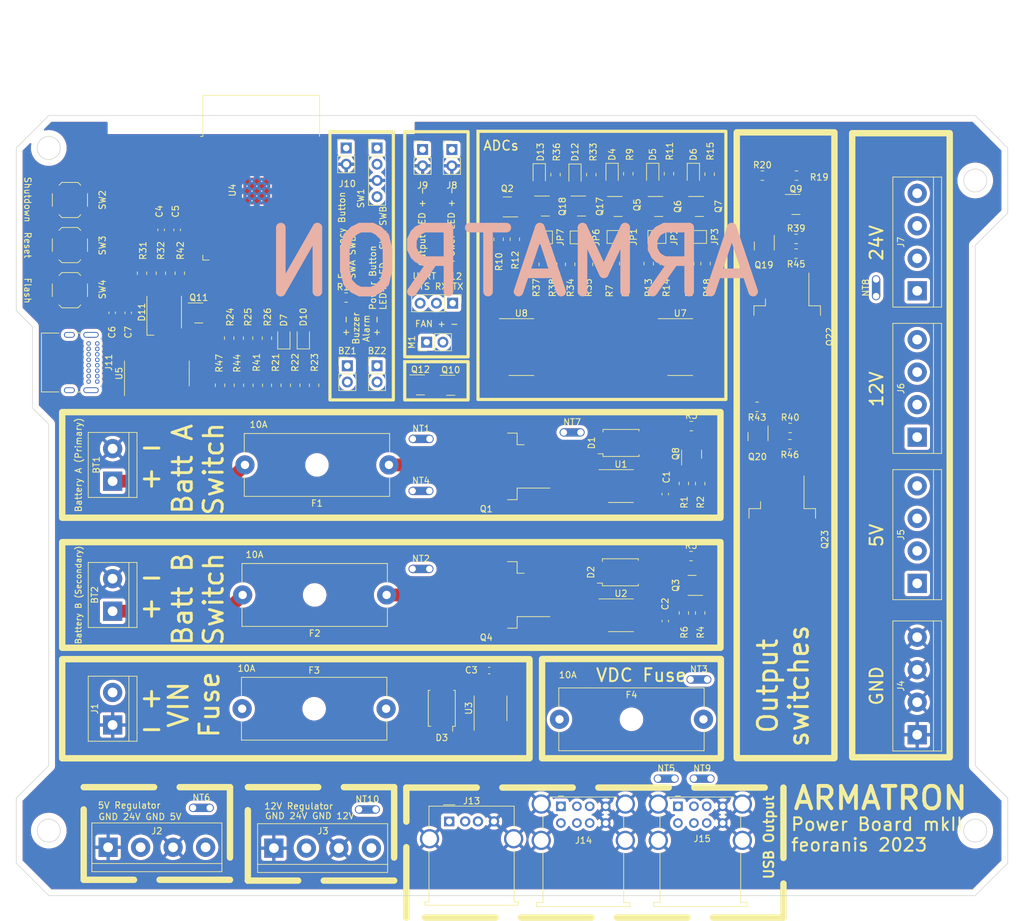
<source format=kicad_pcb>
(kicad_pcb (version 20221018) (generator pcbnew)
  (layers (0 "F.Cu" signal) (31 "B.Cu" signal) (34 "B.Paste" user) (35 "F.Paste" user) (36 "B.SilkS" user "B.Silkscreen") (37 "F.SilkS" user "F.Silkscreen") (38 "B.Mask" user) (39 "F.Mask" user) (44 "Edge.Cuts" user))
  (net 0 "")
  (net 1 "Net-(BT1-+)")
  (net 2 "GND")
  (net 3 "Net-(BT2-+)")
  (net 4 "Net-(U1-FILTER)")
  (net 5 "Net-(U2-FILTER)")
  (net 6 "Net-(U3-FILTER)")
  (net 7 "BATT_A_LATCH")
  (net 8 "BATT_A_SW")
  (net 9 "BATT_B_LATCH")
  (net 10 "BATT_B_SW")
  (net 11 "VIN")
  (net 12 "Net-(D3-A)")
  (net 13 "BATT_A_IN")
  (net 14 "Net-(J1-Pin_2)")
  (net 15 "Net-(Q1-G)")
  (net 16 "Net-(Q2-B)")
  (net 17 "Net-(Q3-C)")
  (net 18 "Net-(Q3-B)")
  (net 19 "PIN_VBAT_A_ENBL")
  (net 20 "PIN_VBAT_B_ENBL")
  (net 21 "+VDC")
  (net 22 "ADC_SW_BASE")
  (net 23 "+5V")
  (net 24 "Net-(D4-A)")
  (net 25 "Net-(D5-A)")
  (net 26 "BATT_B_IN")
  (net 27 "Net-(D6-A)")
  (net 28 "Net-(JP1-B)")
  (net 29 "Net-(JP2-B)")
  (net 30 "Net-(JP3-B)")
  (net 31 "Net-(Q2-C)")
  (net 32 "Net-(Q8-B)")
  (net 33 "PIN_ADC_BATT_A")
  (net 34 "PIN_ADC_ENA")
  (net 35 "PIN_ADC_BATT_B")
  (net 36 "PIN_ADC_VIN")
  (net 37 "PIN_BATT_A_SENSE")
  (net 38 "PIN_BATT_B_SENSE")
  (net 39 "PIN_VIN_SENSE")
  (net 44 "Net-(BZ1-+)")
  (net 45 "Net-(BZ2-+)")
  (net 47 "nRTS")
  (net 56 "Net-(M1--)")
  (net 57 "PIN_VBATT_A_ENBL")
  (net 58 "PIN_VBATT_B_ENBL")
  (net 63 "+3.3V")
  (net 64 "Net-(D12-A)")
  (net 65 "Net-(D13-A)")
  (net 66 "24V_out")
  (net 67 "5V_out")
  (net 68 "+12V")
  (net 69 "Net-(JP6-B)")
  (net 70 "Net-(JP7-B)")
  (net 71 "Net-(Q19-B)")
  (net 72 "Net-(Q19-C)")
  (net 73 "Net-(Q20-B)")
  (net 74 "Net-(Q20-C)")
  (net 75 "VDC")
  (net 76 "5V_adc")
  (net 77 "12V_adc")
  (net 78 "24V_Enable")
  (net 79 "5V_Enable")
  (net 80 "12V_Enable")
  (net 81 "PIN_RESET")
  (net 82 "nRTS_header")
  (net 83 "PIN_RGB_G")
  (net 84 "SDA")
  (net 85 "SCL")
  (net 86 "PIN_FLASH")
  (net 87 "PIN_RGB_R")
  (net 89 "Net-(F4-Pad1)")
  (net 90 "PIN_RGB_B")
  (net 91 "Net-(D11-BK)")
  (net 92 "Net-(D11-RK)")
  (net 93 "Net-(D11-GK)")
  (net 94 "PIN_EmergencyButton")
  (net 95 "Net-(J11-GND-PadA1)")
  (net 96 "VBUS")
  (net 97 "Net-(J11-CC1)")
  (net 98 "D+")
  (net 99 "D-")
  (net 101 "Net-(J11-CC2)")
  (net 104 "RXD")
  (net 105 "RX")
  (net 106 "Net-(Q9-B)")
  (net 107 "Net-(Q9-C)")
  (net 108 "PIN_ALARM")
  (net 109 "PIN_BUZZER")
  (net 110 "PIN_Sdwn_Btn")
  (net 111 "Net-(U5-~{RST})")
  (net 117 "nCTS")
  (net 128 "PIN_Fan")
  (net 129 "Net-(Q10-B)")
  (net 130 "Net-(Q11-B)")
  (net 131 "Net-(Q12-B)")
  (net 132 "5V_POWER")
  (net 133 "Net-(JP1-A)")
  (net 134 "Net-(JP2-A)")
  (net 135 "Net-(JP3-A)")
  (net 136 "12V_POWER")
  (net 137 "Net-(J8-Pin_1)")
  (net 138 "Net-(J9-Pin_1)")
  (net 139 "Net-(NT4-Pad2)")
  (net 140 "Net-(NT7-Pad1)")
  (net 141 "Net-(SW1-A)")
  (footprint "Package_TO_SOT_SMD:SOT-23" (layer "F.Cu") (at 134.2875 75.118)
    (fp_text reference "Q12")
    (fp_text value "BC817")
  )
  (footprint "RF_Module:ESP32-WROOM-32" (layer "F.Cu") (at 109.393 45.742)
    (fp_text reference "U4")
    (fp_text value "ESP32-WROOM-32")
  )
  (footprint "NetTie:NetTie-2_THT_Pad1.0mm" (layer "F.Cu") (at 133.066 103.886)
    (fp_text reference "NT2")
    (fp_text value "NetTie_2")
  )
  (footprint "Capacitor_SMD:C_0603_1608Metric_Pad1.08x0.95mm_HandSolder" (layer "F.Cu") (at 88.616 63.8545 90)
    (fp_text reference "C7")
    (fp_text value "100n")
  )
  (footprint "Package_TO_SOT_SMD:SOT-23" (layer "F.Cu") (at 159.453 47.178)
    (fp_text reference "Q17")
    (fp_text value "BC807")
  )
  (footprint "Resistor_SMD:R_0805_2012Metric_Pad1.20x1.40mm_HandSolder" (layer "F.Cu") (at 163.5955 56.1715 -90)
    (fp_text reference "R7")
    (fp_text value "100K")
  )
  (footprint "TerminalBlock:TerminalBlock_bornier-4_P5.08mm" (layer "F.Cu") (at 211.9104 60.428 90)
    (fp_text reference "J7")
    (fp_text value "Screw_Terminal_01x04")
  )
  (footprint "Button_Switch_SMD:SW_SPST_TL3342" (layer "F.Cu") (at 79.502 53.278)
    (fp_text reference "SW3")
    (fp_text value "SW_Push")
  )
  (footprint "Package_TO_SOT_SMD:SOT-23" (layer "F.Cu") (at 153.7865 47.178)
    (fp_text reference "Q18")
    (fp_text value "BC807")
  )
  (footprint "NetTie:NetTie-2_THT_Pad1.0mm" (layer "F.Cu") (at 156.688 82.55)
    (fp_text reference "NT7")
    (fp_text value "NetTie_2")
  )
  (footprint "Resistor_SMD:R_0805_2012Metric_Pad1.20x1.40mm_HandSolder" (layer "F.Cu") (at 160.469 56.2845 90)
    (fp_text reference "R35")
    (fp_text value "10K")
  )
  (footprint "Connector_PinHeader_2.54mm:PinHeader_1x02_P2.54mm_Vertical" (layer "F.Cu") (at 139.192 38.354)
    (fp_text reference "J8")
    (fp_text value "Conn_01x02")
  )
  (footprint "TerminalBlock:TerminalBlock_bornier-2_P5.08mm" (layer "F.Cu") (at 86.18 110.49 90)
    (fp_text reference "BT2")
    (fp_text value "Battery B (Secondary)")
  )
  (footprint "Resistor_SMD:R_0805_2012Metric_Pad1.20x1.40mm_HandSolder" (layer "F.Cu") (at 166.7705 42.1215 90)
    (fp_text reference "R9")
    (fp_text value "100K")
  )
  (footprint "Resistor_SMD:R_0805_2012Metric_Pad1.20x1.40mm_HandSolder" (layer "F.Cu") (at 187.722 42.418)
    (fp_text reference "R20")
    (fp_text value "10K")
  )
  (footprint "TerminalBlock:TerminalBlock_bornier-2_P5.08mm" (layer "F.Cu") (at 86.18 90.17 90)
    (fp_text reference "BT1")
    (fp_text value "Battery A (Primary)")
  )
  (footprint "Connector_PinHeader_2.54mm:PinHeader_1x02_P2.54mm_Vertical" (layer "F.Cu") (at 135.255 68.453 90)
    (fp_text reference "M1")
    (fp_text value "Fan")
  )
  (footprint "NetTie:NetTie-2_THT_Pad1.0mm" (layer "F.Cu") (at 176.5 121.158)
    (fp_text reference "NT3")
    (fp_text value "NetTie_2")
  )
  (footprint "Capacitor_SMD:C_0603_1608Metric" (layer "F.Cu") (at 172.54 112.027 -90)
    (fp_text reference "C2")
    (fp_text value "1n")
  )
  (footprint "NetTie:NetTie-2_THT_Pad1.0mm" (layer "F.Cu") (at 177.008 136.652)
    (fp_text reference "NT9")
    (fp_text value "NetTie_2")
  )
  (footprint "Package_TO_SOT_SMD:SOT-23" (layer "F.Cu") (at 147.8475 47.31 180)
    (fp_text reference "Q2")
    (fp_text value "BC817" hide)
  )
  (footprint "TerminalBlock:TerminalBlock_bornier-4_P5.08mm" (layer "F.Cu") (at 211.9104 106.148 90)
    (fp_text reference "J5")
    (fp_text value "Screw_Terminal_01x04")
  )
  (footprint "Fuse:Fuseholder_Cylinder-5x20mm_Schurter_0031_8201_Horizontal_Open" (layer "F.Cu") (at 106.42 125.73)
    (fp_text reference "F3")
    (fp_text value "10A")
  )
  (footprint "Jumper:SolderJumper-2_P1.3mm_Open_Pad1.0x1.5mm" (layer "F.Cu") (at 153.499 52.07)
    (fp_text reference "JP7")
    (fp_text value "SolderJumper_2_Open" hide)
  )
  (footprint "Resistor_SMD:R_0805_2012Metric_Pad1.20x1.40mm_HandSolder" (layer "F.Cu") (at 169.9455 56.1715 -90)
    (fp_text reference "R13")
    (fp_text value "100K")
  )
  (footprint "Resistor_SMD:R_0805_2012Metric_Pad1.20x1.40mm_HandSolder" (layer "F.Cu") (at 102.968 75.184 -90)
    (fp_text reference "R47")
    (fp_text value "10K")
  )
  (footprint "TerminalBlock:TerminalBlock_bornier-4_P5.08mm" (layer "F.Cu") (at 85.471 147.3835)
    (fp_text reference "J2")
    (fp_text value "Screw_Terminal_01x04" hide)
  )
  (footprint "Package_TO_SOT_SMD:SOT-23" (layer "F.Cu") (at 139.0165 75.184)
    (fp_text reference "Q10")
    (fp_text value "BC817")
  )
  (footprint "Resistor_SMD:R_0805_2012Metric_Pad1.20x1.40mm_HandSolder" (layer "F.Cu") (at 105.918 75.184 -90)
    (fp_text reference "R44")
    (fp_text value "10K")
  )
  (footprint "Resistor_SMD:R_0805_2012Metric_Pad1.20x1.40mm_HandSolder" (layer "F.Cu") (at 179.4705 42.2015 90)
    (fp_text reference "R15")
    (fp_text value "100K")
  )
  (footprint "LED_SMD:LED_RGB_5050-6" (layer "F.Cu") (at 94.234 63.754 90)
    (fp_text reference "D11")
    (fp_text value "LED_RGB")
  )
  (footprint "Resistor_SMD:R_0805_2012Metric_Pad1.20x1.40mm_HandSolder" (layer "F.Cu") (at 193.056 42.418 180)
    (fp_text reference "R19")
    (fp_text value "1K")
  )
  (footprint "Resistor_SMD:R_0805_2012Metric_Pad1.20x1.40mm_HandSolder" (layer "F.Cu") (at 157.675 56.2845 90)
    (fp_text reference "R34")
    (fp_text value "100K")
  )
  (footprint "TerminalBlock:TerminalBlock_bornier-2_P5.08mm" (layer "F.Cu") (at 86.18 128.27 90)
    (fp_text reference "J1")
    (fp_text value "Conn_01x02")
  )
  (footprint "Package_SO:SOIC-8_3.9x4.9mm_P1.27mm" (layer "F.Cu") (at 165.62 90.932)
    (fp_text reference "U1")
    (fp_text value "ACS712xLCTR-20A")
  )
  (footprint "Capacitor_SMD:C_0603_1608Metric" (layer "F.Cu") (at 145.021 119.761)
    (fp_text reference "C3")
    (fp_text value "1n")
  )
  (footprint "Diode_SMD:D_0805_2012Metric" (layer "F.Cu") (at 115.98 67.818 90)
    (fp_text reference "D10")
    (fp_text value "D")
  )
  (footprint "Connector_PinHeader_2.54mm:PinHeader_1x02_P2.54mm_Vertical" (layer "F.Cu") (at 127.508 72.136)
    (fp_text reference "BZ2")
    (fp_text value "Buzzer")
  )
  (footprint "Connector_PinHeader_2.54mm:PinHeader_1x02_P2.54mm_Vertical" (layer "F.Cu") (at 134.62 38.349)
    (fp_text reference "J9")
    (fp_text value "Conn_01x02")
  )
  (footprint "Resistor_SMD:R_0805_2012Metric_Pad1.20x1.40mm_HandSolder" (layer "F.Cu") (at 114.71 75.184 90)
    (fp_text reference "R22")
    (fp_text value "1K")
  )
  (footprint "Connector_PinHeader_2.54mm:PinHeader_1x03_P2.54mm_Vertical" (layer "F.Cu") (at 139.319 62.357 -90)
    (fp_text reference "J12")
    (fp_text value "Conn_01x03_Pin")
  )
  (footprint "Connector_USB:USB_A_Molex_67643_Horizontal" (layer "F.Cu") (at 138.774 143.34)
    (fp_text reference "J13")
    (fp_text value "USB_A")
  )
  (footprint "Package_TO_SOT_SMD:SOT-23" (layer "F.Cu") (at 171.518 47.244)
    (fp_text reference "Q6")
    (fp_text value "BC807" hide)
  )
  (footprint "Package_TO_SOT_SMD:SOT-23" (layer "F.Cu") (at 177.868 47.244)
    (fp_text reference "Q7")
    (fp_text value "BC807" hide)
  )
  (footprint "Capacitor_SMD:C_0603_1608Metric" (layer "F.Cu") (at 172.54 92.189 -90)
    (fp_text reference "C1")
    (fp_text value "1n")
  )
  (footprint "Button_Switch_SMD:SW_SPST_TL3342" (layer "F.Cu") (at 79.502 46.228)
    (fp_text reference "SW2")
    (fp_text value "SW_Push")
  )
  (footprint "Resistor_SMD:R_0805_2012Metric_Pad1.20x1.40mm_HandSolder" (layer "F.Cu") (at 177.995 110.7675 -90)
    (fp_text reference "R4")
    (fp_text value "1K")
  )
  (footprint "Jumper:SolderJumper-2_P1.3mm_Open_Pad1.0x1.5mm" (layer "F.Cu") (at 159.087 52.07 180)
    (fp_text reference "JP6")
    (fp_text value "SolderJumper_2_Open" hide)
  )
  (footprint "Resistor_SMD:R_0805_2012Metric_Pad1.20x1.40mm_HandSolder" (layer "F.Cu") (at 160.977 42.2675 90)
    (fp_text reference "R33")
    (fp_text value "100K")
  )
  (footprint "NetTie:NetTie-2_THT_Pad1.0mm" (layer "F.Cu") (at 98.746 141.224)
    (fp_text reference "NT6")
    (fp_text value "NetTie_2")
  )
  (footprint "Jumper:SolderJumper-2_P1.3mm_Open_Pad1.0x1.5mm" (layer "F.Cu") (at 177.5805 52.004 180)
    (fp_text reference "JP3")
    (fp_text value "SolderJumper_2_Open" hide)
  )
  (footprint "Capacitor_SMD:C_0603_1608Metric_Pad1.08x0.95mm_HandSolder" (layer "F.Cu") (at 93.756 50.9005 90)
    (fp_text reference "C4")
    (fp_text value "100n")
  )
  (footprint "Resistor_SMD:R_0805_2012Metric_Pad1.20x1.40mm_HandSolder" (layer "F.Cu") (at 192.0139 84.395 180)
    (fp_text reference "R46")
    (fp_text value "1K")
  )
  (footprint "Diode_SMD:D_0805_2012Metric" (layer "F.Cu") (at 112.94 67.818 90)
    (fp_text reference "D7")
    (fp_text value "D")
  )
  (footprint "Resistor_SMD:R_0805_2012Metric_Pad1.20x1.40mm_HandSolder" (layer "F.Cu") (at 175.455 110.7675 90)
    (fp_text reference "R6")
    (fp_text value "1K")
  )
  (footprint "Package_TO_SOT_SMD:TO-277B" (layer "F.Cu") (at 165.625 84.19 90)
    (fp_text reference "D1")
    (fp_text value "D")
  )
  (footprint "Fuse:Fuseholder_Cylinder-5x20mm_Schurter_0031_8201_Horizontal_Open" (layer "F.Cu") (at 129 107.95 180)
    (fp_text reference "F2")
    (fp_text value "10A")
  )
  (footprint "Resistor_SMD:R_0805_2012Metric_Pad1.20x1.40mm_HandSolder" (layer "F.Cu") (at 172.4855 56.1575 90)
    (fp_text reference "R14")
    (fp_text value "10K")
  )
  (footprint "TerminalBlock:TerminalBlock_bornier-4_P5.08mm" (layer "F.Cu") (at 211.9104 129.794 90)
    (fp_text reference "J4")
    (fp_text value "Screw_Terminal_01x04")
  )
  (footprint "Connector_PinHeader_2.54mm:PinHeader_1x02_P2.54mm_Vertical" (layer "F.Cu") (at 122.682 38.1)
    (fp_text reference "J10")
    (fp_text value "Conn_01x02")
  )
  (footprint "Diode_SMD:D_0805_2012Metric" (layer "F.Cu") (at 164.2305 42.1765 -90)
    (fp_text reference "D4")
    (fp_text value "D" hide)
  )
  (footprint "Jumper:SolderJumper-2_P1.3mm_Open_Pad1.0x1.5mm" (layer "F.Cu") (at 164.8505 52.004 180)
    (fp_text reference "JP1")
    (fp_text value "SolderJumper_2_Open" hide)
  )
  (footprint "Resistor_SMD:R_0805_2012Metric_Pad1.20x1.40mm_HandSolder" (layer "F.Cu") (at 107.344 67.818 90)
    (fp_text reference "R25")
    (fp_text value "100K")
  )
  (footprint "Resistor_SMD:R_0805_2012Metric_Pad1.20x1.40mm_HandSolder" (layer "F.Cu") (at 176.5745 101.8775)
    (fp_text reference "R5")
    (fp_text value "1K")
  )
  (footprint "Package_SO:SOIC-8_3.9x4.9mm_P1.27mm" (layer "F.Cu") (at 145.235 125.665 90)
    (fp_text reference "U3")
    (fp_text value "ACS712xLCTR-20A")
  )
  (footprint "NetTie:NetTie-2_THT_Pad1.0mm" (layer "F.Cu") (at 124.684 141.478)
    (fp_text reference "NT10")
    (fp_text value "NetTie_2")
  )
  (footprint "Diode_SMD:D_0805_2012Metric" (layer "F.Cu") (at 158.437 42.2925 -90)
    (fp_text reference "D12")
    (fp_text value "D")
  )
  (footprint "Resistor_SMD:R_0805_2012Metric_Pad1.20x1.40mm_HandSolder" (layer "F.Cu") (at 104.394 67.818 90)
    (fp_text reference "R24")
    (fp_text value "100K")
  )
  (footprint "Package_SO:SOIC-16_3.9x9.9mm_P1.27mm" (layer "F.Cu") (at 93.091 73.341 90)
    (fp_text reference "U5")
    (fp_text value "CH340G")
  )
  (footprint "Package_TO_SOT_SMD:SOT-23" (layer "F.Cu") (at 192.9615 46.924)
    (fp_text reference "Q9")
    (fp_text value "BC817")
  )
  (footprint "Connector_PinHeader_2.54mm:PinHeader_1x04_P2.54mm_Vertical" (layer "F.Cu") (at 127.508 38.1)
    (fp_text reference "SW1")
    (fp_text value "SW_Push_LED")
  )
  (footprint "Package_TO_SOT_SMD:TO-263-2" (layer "F.Cu") (at 190.8284 99.29 -90)
    (fp_text reference "Q23")
    (fp_text value "IRF4905")
  )
  (footprint "Resistor_SMD:R_0805_2012Metric_Pad1.20x1.40mm_HandSolder" (layer "F.Cu") (at 122.666 61.468)
    (fp_text reference "R16")
    (fp_text value "1K")
  )
  (footprint "Package_TO_SOT_SMD:SOT-23" (layer "F.Cu") (at 187.0374 83.2035 -90)
    (fp_text reference "Q20")
    (fp_text value "BC817")
  )
  (footprint "Resistor_SMD:R_0805_2012Metric_Pad1.20x1.40mm_HandSolder" (layer "F.Cu") (at 192.9919 54.604 180)
    (fp_text reference "R45")
    (fp_text value "1K")
  )
  (footprint "Resistor_SMD:R_0805_2012Metric_Pad1.20x1.40mm_HandSolder" (layer "F.Cu") (at 90.776 57.674 90)
    (fp_text reference "R31")
    (fp_text value "220R")
  )
  (footprint "Resistor_SMD:R_0805_2012Metric_Pad1.20x1.40mm_HandSolder" (layer "F.Cu") (at 117.66 75.184 90)
    (fp_text reference "R23")
    (fp_text value "1K")
  )
  (footprint "Package_TO_SOT_SMD:TO-263-2" (layer "F.Cu") (at 191.5904 67.588 -90)
    (fp_text reference "Q22")
    (fp_text value "IRF4905")
  )
  (footprint "Resistor_SMD:R_0805_2012Metric_Pad1.20x1.40mm_HandSolder" (layer "F.Cu") (at 173.1205 42.1215 90)
    (fp_text reference "R11")
    (fp_text value "100K")
  )
  (footprint "Resistor_SMD:R_0805_2012Metric_Pad1.20x1.40mm_HandSolder" (layer "F.Cu") (at 111.76 75.184 90)
    (fp_text reference "R21")
    (fp_text value "1K")
  )
  (footprint "Resistor_SMD:R_0805_2012Metric_Pad1.20x1.40mm_HandSolder" (layer "F.Cu") (at 176.6215 81.562)
    (fp_text reference "R3")
    (fp_text value "1K")
  )
  (footprint "Package_TO_SOT_SMD:SOT-23" (layer "F.Cu") (at 165.168 47.244)
    (fp_text reference "Q5")
    (fp_text value "BC807" hide)
  )
  (footprint "Diode_SMD:D_0805_2012Metric" (layer "F.Cu") (at 152.849 42.2425 -90)
    (fp_text reference "D13")
    (fp_text value "D")
  )
  (footprint "Resistor_SMD:R_0805_2012Metric_Pad1.20x1.40mm_HandSolder" (layer "F.Cu") (at 155.389 42.2675 90)
    (fp_text reference "R36")
    (fp_text value "100K")
  )
  (footprint "Resistor_SMD:R_0805_2012Metric_Pad1.20x1.40mm_HandSolder" (layer "F.Cu") (at 178.8355 56.1715 90)
    (fp_text reference "R18")
    (fp_text value "10K")
  )
  (footprint "Resistor_SMD:R_0805_2012Metric_Pad1.20x1.40mm_HandSolder" (layer "F.Cu") (at 166.1355 56.1715 90)
    (fp_text reference "R8")
    (fp_text value "10K")
  )
  (footprint "Fuse:Fuseholder_Cylinder-5x20mm_Schurter_0031_8201_Horizontal_Open" (layer "F.Cu") (at 129.36 87.63 180)
    (fp_text reference "F1")
    (fp_text value "10A")
  )
  (footprint "Package_TO_SOT_SMD:TO-277B" (layer "F.Cu") (at 137.615 125.665 180)
    (fp_text reference "D3")
    (fp_text value "D")
  )
  (footprint "Resistor_SMD:R_0805_2012Metric_Pad1.20x1.40mm_HandSolder" (layer "F.Cu") (at 175.455 90.5275 90)
    (fp_text reference "R1")
    (fp_text value "1K")
  )
  (footprint "NetTie:NetTie-2_THT_Pad1.0mm" (layer "F.Cu") (at 133.066 91.694)
    (fp_text reference "NT4")
    (fp_text value "NetTie_2")
  )
  (footprint "Resistor_SMD:R_0805_2012Metric_Pad1.20x1.40mm_HandSolder" (layer "F.Cu") (at 110.294 67.818 90)
    (fp_text reference "R26")
    (fp_text value "100K")
  )
  (footprint "Capacitor_SMD:C_0603_1608Metric_Pad1.08x0.95mm_HandSolder" (layer "F.Cu") (at 86.106 63.8545 90)
    (fp_text reference "C6")
    (fp_text value "4.7u")
  )
  (footprint "Package_TO_SOT_SMD:SOT-23" (layer "F.Cu") (at 188.0154 53.4125 -90)
    (fp_text reference "Q19")
    (fp_text value "BC817")
  )
  (footprint "Resistor_SMD:R_0805_2012Metric_Pad1.20x1.40mm_HandSolder" (layer "F.Cu") (at 186.8869 78.553 180)
    (fp_text reference "R43")
    (fp_text value "1K")
  )
  (footprint "Package_TO_SOT_SMD:SOT-23" (layer "F.Cu") (at 176.659 85.9585 90)
    (fp_text reference "Q8")
    (fp_text value "BC817" hide)
  )
  (footprint "Resistor_SMD:R_0805_2012Metric_Pad1.20x1.40mm_HandSolder" (layer "F.Cu") (at 93.726 57.674 90)
    (fp_text reference "R32")
    (fp_text value "220R")
  )
  (footprint "TerminalBlock:TerminalBlock_bornier-4_P5.08mm" (layer "F.Cu") (at 111.379 147.5105)
    (fp_text reference "J3")
    (fp_text value "Screw_Terminal_01x04")
  )
  (footprint "Package_SO:SOIC-14_3.9x8.7mm_P1.27mm" (layer "F.Cu") (at 174.885 69.215)
    (fp_text reference "U7")
    (fp_text value "MCP3428")
  )
  (footprint "Diode_SMD:D_0805_2012Metric" (layer "F.Cu") (at 176.9305 42.1765 -90)
    (fp_text reference "D6")
    (fp_text value "D" hide)
  )
  (footprint "Jumper:SolderJumper-2_P1.3mm_Open_Pad1.0x1.5mm" (layer "F.Cu") (at 171.2305 52.004 180)
    (fp_text reference "JP2")
    (fp_text value "SolderJumper_2_Open" hide)
  )
  (footprint "Diode_SMD:D_0805_2012Metric" (layer "F.Cu") (at 170.5805 42.1765 -90)
    (fp_text reference "D5")
    (fp_text value "D" hide)
  )
  (footprint "Resistor_SMD:R_0805_2012Metric_Pad1.20x1.40mm_HandSolder" (layer "F.Cu") (at 176.2955 56.1715 -90)
    (fp_text reference "R17")
    (fp_text value "100K")
  )
  (footprint "Resistor_SMD:R_0805_2012Metric_Pad1.20x1.40mm_HandSolder" (layer "F.Cu") (at 96.676 57.674 90)
    (fp_text reference "R42")
    (fp_text value "220R")
  )
  (footprint "Capacitor_SMD:C_0603_1608Metric_Pad1.08x0.95mm_HandSolder" (layer "F.Cu") (at 96.266 50.9005 90)
    (fp_text reference "C5")
    (fp_text value "10u")
  )
  (footprint "Connector_PinHeader_2.54mm:PinHeader_1x02_P2.54mm_Vertical" (layer "F.Cu") (at 122.858 72.136)
    (fp_text reference "BZ1")
    (fp_text value "Buzzer")
  )
  (footprint "Connector_USB:USB_A_Wuerth_61400826021_Horizontal_Stacked" (layer "F.Cu") (at 156.232 140.974)
    (fp_text reference "J14")
    (fp_text value "USB_A_Stacked")
  )
  (footprint "NetTie:NetTie-2_THT_Pad1.0mm" (layer "F.Cu") (at 171.39 136.652)
    (fp_text reference "NT5")
    (fp_text value "NetTie_2")
  )
  (footprint "Resistor_SMD:R_0805_2012Metric_Pad1.20x1.40mm_HandSolder" (layer "F.Cu") (at 154.881 56.2845 90)
    (fp_text reference "R38")
    (fp_text value "10K")
  )
  (footprint "Package_TO_SOT_SMD:TO-263-2" (layer "F.Cu") (at 144.57 87.865 180)
    (fp_text reference "Q1")
    (fp_text value "IRF4905")
  )
  (footprint "Resistor_SMD:R_0805_2012Metric_Pad1.20x1.40mm_HandSolder" (layer "F.Cu") (at 192.9919 52.318)
    (fp_text reference "R39")
    (fp_text value "10K")
  )
  (footprint "Connector_USB:USB_A_Wuerth_61400826021_Horizontal_Stacked" (layer "F.Cu") (at 174.52 140.974)
    (fp_text reference "J15")
    (fp_text value "USB_A_Stacked")
  )
  (footprint "Resistor_SMD:R_0805_2012Metric_Pad1.20x1.40mm_HandSolder" (layer "F.Cu") (at 152.087 56.2845 -90)
    (fp_text reference "R37")
    (fp_text value "100K")
  )
  (footprint "Resistor_SMD:R_0805_2012Metric_Pad1.20x1.40mm_HandSolder" (layer "F.Cu") (at 149.039 52.3665 90)
    (fp_text reference "R12")
    (fp_text value "1K")
  )
  (footprint "Package_SO:SOIC-14_3.9x8.7mm_P1.27mm" (layer "F.Cu") (at 150.055 69.215)
    (fp_text reference "U8")
    (fp_text value "MCP3428")
  )
  (footprint "Fuse:Fuseholder_Cylinder-5x20mm_Schurter_0031_8201_Horizontal_Open" (layer "F.Cu") (at 156.009 127.381)
    (fp_text reference "F4")
    (fp_text value "10A")
  )
  (footprint "Package_TO_SOT_SMD:SOT-23" (layer "F.Cu") (at 99.6465 63.881)
    (fp_text reference "Q11")
    (fp_text value "BC817")
  )
  (footprint "Resistor_SMD:R_0805_2012Metric_Pad1.20x1.40mm_HandSolder" (layer "F.Cu") (at 177.995 90.5525 -90)
    (fp_text reference "R2")
    (fp_text value "1K")
  )
  (footprint "NetTie:NetTie-2_THT_Pad1.0mm" (layer "F.Cu") (at 205.486 61.244 90)
    (fp_text reference "NT8")
    (fp_text value "NetTie_2")
  )
  (footprint "Resistor_SMD:R_0805_2012Metric_Pad1.20x1.40mm_HandSolder" (layer "F.Cu") (at 108.868 75.184 -90)
    (fp_text reference "R41")
    (fp_text value "10K")
  )
  (footprint "Package_TO_SOT_SMD:SOT-23" (layer "F.Cu") (at 176.725 106.4495 180)
    (fp_text reference "Q3")
    (fp_text value "BC817" hide)
  )
  (footprint "Resistor_SMD:R_0805_2012Metric_Pad1.20x1.40mm_HandSolder" (layer "F.Cu") (at 146.499 52.3665 90)
    (fp_text reference "R10")
    (fp_text value "1K")
  )
  (footprint "Resistor_SMD:R_0805_2012Metric_Pad1.20x1.40mm_HandSolder" (layer "F.Cu") (at 192.0609 81.855)
    (fp_text reference "R40")
    (fp_text value "1K")
  )
  (footprint "Package_TO_SOT_SMD:TO-277B" (layer "F.Cu") (at 165.52 104.405 90)
    (fp_text reference "D2")
    (fp_text value "D")
  )
  (footprint "NetTie:NetTie-2_THT_Pad1.0mm" (layer "F.Cu") (at 133.096 83.566)
    (fp_text reference "NT1")
    (fp_text value "NetTie_2")
  )
  (footprint "Package_TO_SOT_SMD:TO-263-2" (layer "F.Cu") (at 144.57 107.95 180)
    (fp_text reference "Q4")
    (fp_text value "IRF4905")
  )
  (footprint "Package_SO:SOIC-8_3.9x4.9mm_P1.27mm" (layer "F.Cu") (at 165.62 111.125)
    (fp_text reference "U2")
    (fp_text value "ACS712xLCTR-20A")
  )
  (footprint "TerminalBlock:TerminalBlock_bornier-4_P5.08mm" (layer "F.Cu") (at 211.9104 83.288 90)
    (fp_text reference "J6")
    (fp_text value "Screw_Terminal_01x04")
  )
  (footprint "Connector_USB:USB_C_Receptacle_GCT_USB4085" (layer "F.Cu") (at 83.781 68.653 -90)
    (fp_text reference "J11")
    (fp_text value "USB_C_Receptacle_USB2.0")
  )
  (footprint "Button_Switch_SMD:SW_SPST_TL3342" (layer "F.Cu") (at 79.502 60.328)
    (fp_text reference "SW4")
    (fp_text value "SW_Push")
  )
  (gr_rect (start 78.3 79.375) (end 181.17 95.885) (stroke (width 1)) (fill none) (layer "F.SilkS"))
  (gr_rect (start 107.315 137.9855) (end 130.175 152.5905) (stroke (width 1) (type dash)) (fill none) (layer "F.SilkS"))
  (gr_rect (start 143.2755 35.494) (end 182.0105 77.404) (stroke (width 0.5)) (fill none) (layer "F.SilkS"))
  (gr_rect (start 183.71 35.663) (end 198.9754 133.453) (stroke (width 1)) (fill none) (layer "F.SilkS"))
  (gr_rect (start 81.661 137.9855) (end 104.521 152.4635) (stroke (width 1) (type dash)) (fill none) (layer "F.SilkS"))
  (gr_rect (start 78.3 99.695) (end 181.17 116.205) (stroke (width 1)) (fill none) (layer "F.SilkS"))
  (gr_rect (start 78.3 117.983) (end 151.325 133.477) (stroke (width 1)) (fill none) (layer "F.SilkS"))
  (gr_rect (start 120.142 35.56) (end 130.048 77.47) (stroke (width 0.5)) (fill none) (layer "F.SilkS"))
  (gr_rect (start 131.826 71.501) (end 141.732 77.47) (stroke (width 0.5)) (fill none) (layer "F.SilkS"))
  (gr_rect (start 153.289 117.9576) (end 181.229 133.477) (stroke (width 1)) (fill none) (layer "F.SilkS"))
  (gr_rect (start 131.826 35.56) (end 141.732 70.739) (stroke (width 0.5)) (fill none) (layer "F.SilkS"))
  (gr_rect (start 201.7504 35.79) (end 216.9904 133.326) (stroke (width 1)) (fill none) (layer "F.SilkS"))
  (gr_rect (start 132.08 138.049) (end 191.008 158.369) (stroke (width 1) (type dash)) (fill none) (layer "F.SilkS"))
  (gr_poly (pts (xy 76.2 134.62) (xy 71.12 139.7) (xy 71.12 149.86) (xy 76.2 154.94) (xy 220.98 154.94) (xy 226.06 149.86) (xy 226.06 139.7) (xy 220.98 134.62) (xy 220.98 53.34) (xy 226.06 48.26) (xy 226.06 38.1) (xy 220.98 33.02) (xy 76.2 33.02) (xy 71.12 38.1) (xy 71.12 63.5) (xy 73.66 66.04) (xy 73.66 78.74) (xy 76.2 81.28)) (stroke (width 0.1)) (fill none) (layer "Edge.Cuts"))
  (gr_circle (center 220.98 144.78) (end 222.78 144.78) (stroke (width 0.1)) (fill none) (layer "Edge.Cuts"))
  (gr_circle (center 76.2 38.1) (end 78 38.1) (stroke (width 0.1)) (fill none) (layer "Edge.Cuts"))
  (gr_circle (center 76.2 144.78) (end 78 144.78) (stroke (width 0.1)) (fill none) (layer "Edge.Cuts"))
  (gr_circle (center 220.98 43.18) (end 222.78 43.18) (stroke (width 0.1)) (fill none) (layer "Edge.Cuts"))
  (gr_text "ARMATRON" (at 188.214 61.849) (layer "B.SilkS") (effects (font (size 10 10) (thickness 1.5)) (justify left bottom mirror)))
  (gr_text "+\n-" (at 92.27 87.63 180) (layer "F.SilkS") (effects (font (size 3 3) (thickness 0.45))))
  (gr_text "Output LED + -" (at 135.128 56.642 90) (layer "F.SilkS") (effects (font (size 1 1)) (justify left bottom)))
  (gr_text "Batt B\nSwitch" (at 103.7 108.585 90) (layer "F.SilkS") (effects (font (size 3 3) (thickness 0.45)) (justify bottom)))
  (gr_text "+\n-" (at 92.27 126.365) (layer "F.SilkS") (effects (font (size 3 3) (thickness 0.45))))
  (gr_text "GND 24V GND 5V" (at 83.879 143.1925) (layer "F.SilkS") (effects (font (size 1 1)) (justify left bottom)))
  (gr_text "Reset" (at 72.898 53.278 270) (layer "F.SilkS") (effects (font (size 1 1))))
  (gr_text "10A" (at 107.51 81.915) (layer "F.SilkS") (effects (font (size 1 1)) (justify left bottom)))
  (gr_text "Power LED + -" (at 139.7 56.134 90) (layer "F.SilkS") (effects (font (size 1 1)) (justify left bottom)))
  (gr_text "Emergency Button\nSWA SWB" (at 124.206 58.674 90) (layer "F.SilkS") (effects (font (size 1 1)) (justify left bottom)))
  (gr_text "Batt A\nSwitch" (at 103.7 88.265 90) (layer "F.SilkS") (effects (font (size 3 3) (thickness 0.45)) (justify bottom)))
  (gr_text "ADCs" (at 146.88 38.608) (layer "F.SilkS") (effects (font (size 1.5 1.5) (thickness 0.225)) (justify bottom)))
  (gr_text "5V" (at 205.5604 98.655 90) (layer "F.SilkS") (effects (font (size 2 2) (thickness 0.3))))
  (gr_text "12V" (at 205.5604 75.795 90) (layer "F.SilkS") (effects (font (size 2 2) (thickness 0.3))))
  (gr_text "FAN + -" (at 133.35 66.167) (layer "F.SilkS") (effects (font (size 1 1)) (justify left bottom)))
  (gr_text "10A" (at 106.875 102.235) (layer "F.SilkS") (effects (font (size 1 1)) (justify left bottom)))
  (gr_text "+\n-" (at 92.27 107.95 180) (layer "F.SilkS") (effects (font (size 3 3) (thickness 0.45))))
  (gr_text "12V Regulator" (at 115.248 141.5415) (layer "F.SilkS") (effects (font (size 1 1)) (justify bottom)))
  (gr_text "Shutdown" (at 72.898 46.166 270) (layer "F.SilkS") (effects (font (size 1 1))))
  (gr_text "Power Button\nLED+ LED- SWA SWB" (at 129.032 63.5 90) (layer "F.SilkS") (effects (font (size 1 1)) (justify left bottom)))
  (gr_text "Output\nswitches\n" (at 195.1464 122.174 90) (layer "F.SilkS") (effects (font (size 3 3) (thickness 0.45)) (justify bottom)))
  (gr_text "VIN\nFuse" (at 103.065 125.095 90) (layer "F.SilkS") (effects (font (size 3 3) (thickness 0.45)) (justify bottom)))
  (gr_text "UART \nRTS RX TX" (at 132.969 60.325) (layer "F.SilkS") (effects (font (size 1 1)) (justify left bottom)))
  (gr_text "VDC Fuse" (at 161.544 121.666) (layer "F.SilkS") (effects (font (size 2 2) (thickness 0.3)) (justify left bottom)))
  (gr_text "GND" (at 205.5604 122.15 90) (layer "F.SilkS") (effects (font (size 2 2) (thickness 0.3))))
  (gr_text "GND 24V GND 12V" (at 109.914 143.0655) (layer "F.SilkS") (effects (font (size 1 1)) (justify left bottom)))
  (gr_text "24V" (at 205.5604 52.935 90) (layer "F.SilkS") (effects (font (size 2 2) (thickness 0.3))))
  (gr_text "5V Regulator" (at 88.773 141.4145) (layer "F.SilkS") (effects (font (size 1 1)) (justify bottom)))
  (gr_text "10A" (at 105.605 120.015) (layer "F.SilkS") (effects (font (size 1 1)) (justify left bottom)))
  (gr_text "USB Output" (at 189.611 152.527 90) (layer "F.SilkS") (effects (font (size 1.5 1.5) (thickness 0.3) bold) (justify left bottom)))
  (gr_text "ARMATRON" (at 192.278 139.7) (layer "F.SilkS") (effects (font (size 3.5 3.5) (thickness 0.6)) (justify left)))
  (gr_text " + -\nBuzzer\nAlarm\n + -" (at 128.016 66.294 90) (layer "F.SilkS") (effects (font (size 1 1)) (justify bottom)))
  (gr_text "Flash" (at 72.898 60.39 270) (layer "F.SilkS") (effects (font (size 1 1))))
  (gr_text "Power Board mkII\nfeoranis 2023" (at 192.024 142.621) (layer "F.SilkS") (effects (font (size 2 2) (thickness 0.3)) (justify left top)))
  (gr_text "10A" (at 155.829 121.031) (layer "F.SilkS") (effects (font (size 1 1)) (justify left bottom)))
  (segment (start 86.18 90.17) (end 104.32 90.17) (width 2) (layer "F.Cu") (net 1))
  (segment (start 104.32 90.17) (end 106.86 87.63) (width 2) (layer "F.Cu") (net 1))
  (segment (start 86.18 110.49) (end 103.96 110.49) (width 2) (layer "F.Cu") (net 3))
  (segment (start 103.96 110.49) (end 106.5 107.95) (width 2) (layer "F.Cu") (net 3))
  (segment (start 152.22 85.325) (end 162.31 85.325) (width 2) (layer "F.Cu") (net 8))
  (segment (start 162.475 85.16) (end 162.475 83.22) (width 2) (layer "F.Cu") (net 8))
  (segment (start 162.31 85.325) (end 162.475 85.16) (width 2) (layer "F.Cu") (net 8))
  (segment (start 152.22 105.41) (end 162.335 105.41) (width 2) (layer "F.Cu") (net 10))
  (segment (start 162.335 105.41) (end 162.37 105.375) (width 2) (layer "F.Cu") (net 10))
  (segment (start 162.37 105.375) (end 162.37 103.435) (width 2) (layer "F.Cu") (net 10))
  (segment (start 136.645 128.815) (end 138.585 128.815) (width 2) (layer "F.Cu") (net 12))
  (segment (start 142.835 87.63) (end 143.07 87.865) (width 2) (layer "F.Cu") (net 13))
  (segment (start 129.36 87.63) (end 142.835 87.63) (width 2) (layer "F.Cu") (net 13))
  (segment (start 129 107.95) (end 143.07 107.95) (width 2) (layer "F.Cu") (net 26))
  (zone (net 2) (net_name "GND") (layers "F&B.Cu") (connect_pads (clearance 0.5)) (min_thickness 0.25) (fill yes (thermal_gap 0.5) (thermal_bridge_width 0.5))
    (polygon (pts (xy 228.6 30.48) (xy 68.58 30.48) (xy 68.58 157.48) (xy 228.6 157.48)))
  )
)
</source>
